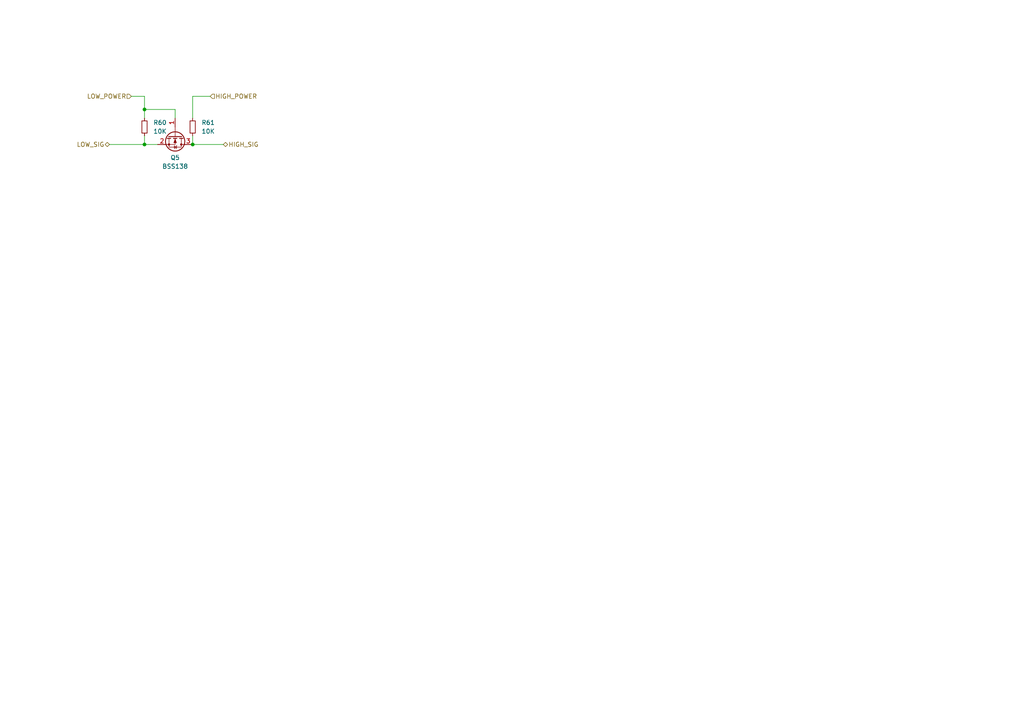
<source format=kicad_sch>
(kicad_sch (version 20231120) (generator "eeschema") (generator_version "8.0")
  (paper "A4")
  (lib_symbols
    (symbol "Device:R_Small" (pin_numbers hide) (pin_names (offset 0.254) hide)
      (property "Reference" "R" (at 0.762 0.508 0))
      (property "Value" "R_Small" (at 0.762 -1.016 0))
      (symbol "R_Small_0_1"
        (rectangle (start -0.762 1.778) (end 0.762 -1.778) (stroke (width 0.2032)))
      )
      (symbol "R_Small_1_1"
        (pin passive line (at 0 2.54 270) (length 0.762) (name "~") (number "1"))
        (pin passive line (at 0 -2.54 90) (length 0.762) (name "~") (number "2"))
      )
    )
    (symbol "Transistor_FET:BSS138" (pin_names hide)
      (property "Reference" "Q" (at 5.08 1.905 0))
      (property "Value" "BSS138" (at 5.08 0 0))
      (symbol "BSS138_0_1"
        (polyline (pts (xy 0.254 0) (xy -2.54 0)))
        (polyline (pts (xy 0.254 1.905) (xy 0.254 -1.905)) (stroke (width 0.254)))
        (polyline (pts (xy 0.762 -1.27) (xy 0.762 -2.286)) (stroke (width 0.254)))
        (polyline (pts (xy 0.762 0.508) (xy 0.762 -0.508)) (stroke (width 0.254)))
        (polyline (pts (xy 0.762 2.286) (xy 0.762 1.27)) (stroke (width 0.254)))
        (polyline (pts (xy 2.54 2.54) (xy 2.54 1.778)))
        (polyline (pts (xy 2.54 -2.54) (xy 2.54 0) (xy 0.762 0)))
        (polyline (pts (xy 0.762 -1.778) (xy 3.302 -1.778) (xy 3.302 1.778) (xy 0.762 1.778)))
        (polyline (pts (xy 1.016 0) (xy 2.032 0.381) (xy 2.032 -0.381) (xy 1.016 0)) (fill (type outline)))
        (polyline (pts (xy 2.794 0.508) (xy 2.921 0.381) (xy 3.683 0.381) (xy 3.81 0.254)))
        (polyline (pts (xy 3.302 0.381) (xy 2.921 -0.254) (xy 3.683 -0.254) (xy 3.302 0.381)))
        (circle (center 1.651 0) (radius 2.794) (stroke (width 0.254)))
        (circle (center 2.54 -1.778) (radius 0.254) (fill (type outline)))
        (circle (center 2.54 1.778) (radius 0.254) (fill (type outline)))
      )
      (symbol "BSS138_1_1"
        (pin input line (at -5.08 0 0) (length 2.54) (name "G") (number "1"))
        (pin passive line (at 2.54 -5.08 90) (length 2.54) (name "S") (number "2"))
        (pin passive line (at 2.54 5.08 270) (length 2.54) (name "D") (number "3"))
      )
    )
  )
  (junction (at 41.91 31.75))
  (junction (at 41.91 41.91))
  (junction (at 55.88 41.91))
  (wire (pts (xy 41.91 39.37) (xy 41.91 41.91)))
  (wire (pts (xy 50.8 34.29) (xy 50.8 31.75)))
  (wire (pts (xy 38.1 27.94) (xy 41.91 27.94)))
  (wire (pts (xy 55.88 41.91) (xy 64.77 41.91)))
  (wire (pts (xy 41.91 31.75) (xy 50.8 31.75)))
  (wire (pts (xy 41.91 31.75) (xy 41.91 34.29)))
  (wire (pts (xy 55.88 27.94) (xy 55.88 34.29)))
  (wire (pts (xy 31.75 41.91) (xy 41.91 41.91)))
  (wire (pts (xy 55.88 39.37) (xy 55.88 41.91)))
  (wire (pts (xy 55.88 27.94) (xy 60.96 27.94)))
  (wire (pts (xy 41.91 27.94) (xy 41.91 31.75)))
  (wire (pts (xy 41.91 41.91) (xy 45.72 41.91)))
  (hierarchical_label "LOW_SIG" (shape bidirectional) (at 31.75 41.91 180))
  (hierarchical_label "HIGH_SIG" (shape bidirectional) (at 64.77 41.91 0))
  (hierarchical_label "LOW_POWER" (shape input) (at 38.1 27.94 180))
  (hierarchical_label "HIGH_POWER" (shape input) (at 60.96 27.94 0))
  (symbol (lib_id "Device:R_Small") (at 55.88 36.83 0) (unit 1)
    (property "Reference" "R57" (at 58.42 35.5599 0) (effects (justify left)))
    (property "Value" "10K" (at 58.42 38.0999 0) (effects (justify left)))
    (property "Footprint" "Resistor_SMD:R_0805_2012Metric_Pad1.20x1.40mm_HandSolder" (effects (hide yes)))
    (property "Description" "Resistor, small symbol" (effects (hide yes)))
    (instances (project "CMZJ2" (path "" (reference "R61") (unit 1)) (path "" (reference "R59") (unit 1)) (path "" (reference "R57") (unit 1)) (path "" (reference "R63") (unit 1))))
  )
  (symbol (lib_id "Transistor_FET:BSS138") (at 50.8 39.37 270) (unit 1)
    (property "Reference" "Q3" (at 50.8 45.72 90))
    (property "Value" "BSS138" (at 50.8 48.26 90))
    (property "Footprint" "Package_TO_SOT_SMD:SOT-23" (effects (hide yes)))
    (property "Datasheet" "https://www.onsemi.com/pub/Collateral/BSS138-D.PDF" (effects (hide yes)))
    (property "Description" "50V Vds, 0.22A Id, N-Channel MOSFET, SOT-23" (effects (hide yes)))
    (instances (project "CMZJ2" (path "" (reference "Q5") (unit 1)) (path "" (reference "Q4") (unit 1)) (path "" (reference "Q3") (unit 1)) (path "" (reference "Q6") (unit 1))))
  )
  (symbol (lib_id "Device:R_Small") (at 41.91 36.83 0) (unit 1)
    (property "Reference" "R56" (at 44.45 35.5599 0) (effects (justify left)))
    (property "Value" "10K" (at 44.45 38.0999 0) (effects (justify left)))
    (property "Footprint" "Resistor_SMD:R_0805_2012Metric_Pad1.20x1.40mm_HandSolder" (effects (hide yes)))
    (property "Description" "Resistor, small symbol" (effects (hide yes)))
    (instances (project "CMZJ2" (path "" (reference "R60") (unit 1)) (path "" (reference "R58") (unit 1)) (path "" (reference "R56") (unit 1)) (path "" (reference "R62") (unit 1))))
  )
)
</source>
